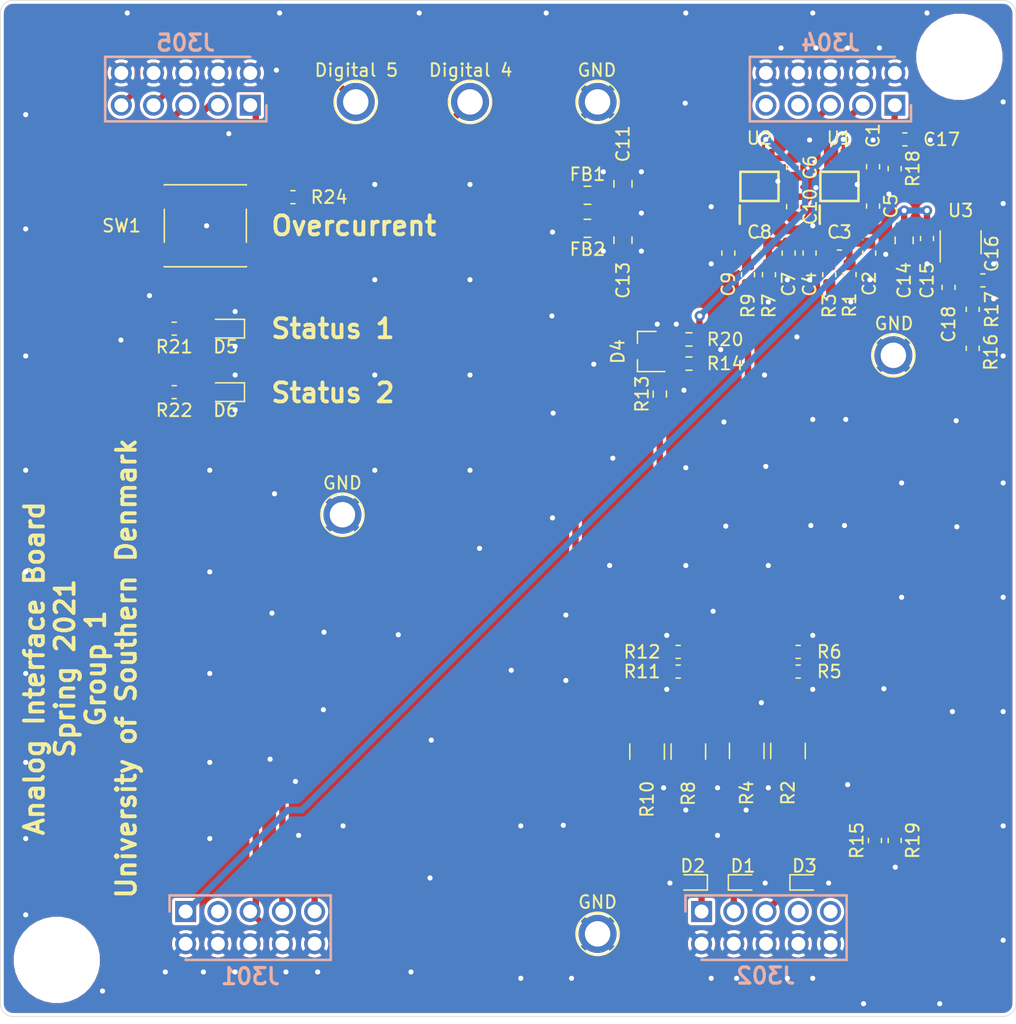
<source format=kicad_pcb>
(kicad_pcb (version 20171130) (host pcbnew 5.1.9-73d0e3b20d~88~ubuntu20.04.1)
  (title_block (title "Analog Board for Control of PMAC Motor in Electric Go-Kart") (date 2021-03-13) (rev "Version 1") (company "University of Southern Denmark") (comment 1 "Group 1"))
  (layers (0 F.Cu signal) (31 B.Cu signal) (34 B.Paste user) (35 F.Paste user) (36 B.SilkS user) (37 F.SilkS user) (38 B.Mask user) (39 F.Mask user) (44 Edge.Cuts user))
  (net 0 "")
  (net 1 GND)
  (net 2 /Currents/+15V_Filt)
  (net 3 "Net-(C2-Pad2)")
  (net 4 "Net-(C3-Pad2)")
  (net 5 /Currents/-15V_Filt)
  (net 6 "Net-(C7-Pad2)")
  (net 7 "Net-(C8-Pad2)")
  (net 8 /Currents/0V5)
  (net 9 +5V)
  (net 10 "Net-(C16-Pad1)")
  (net 11 /Connectors/ADC1)
  (net 12 "Net-(C18-Pad2)")
  (net 13 "Net-(C18-Pad1)")
  (net 14 /Currents/Phase1_In)
  (net 15 /Currents/Phase2_In)
  (net 16 /Connectors/Torque_Meas)
  (net 17 +15V)
  (net 18 -15V)
  (net 19 /Connectors/ADC3)
  (net 20 /Connectors/ADC4)
  (net 21 /Buttons/Dig1)
  (net 22 /Buttons/Dig2)
  (net 23 /Buttons/Dig3)
  (net 24 /Buttons/Dig4)
  (net 25 /Buttons/Dig5)
  (net 26 "Net-(R2-Pad1)")
  (net 27 "Net-(R10-Pad1)")
  (net 28 "Net-(U1-Pad1)")
  (net 29 "Net-(U2-Pad1)")
  (net 30 "Net-(J302-Pad7)")
  (net 31 "Net-(J302-Pad9)")
  (net 32 "Net-(J304-Pad7)")
  (net 33 "Net-(J304-Pad9)")
  (net 34 +5V_Ref)
  (net 35 +3V3_Ref)
  (net 36 "Net-(D4-Pad1)")
  (net 37 "Net-(D5-Pad2)")
  (net 38 "Net-(D6-Pad2)")
  (module MountingHole:MountingHole_3.2mm_M3 (layer F.Cu) (at 109.45 125.55)
    (fp_text reference H1 hide)
    (fp_text value "M3 Mount")
    (pad 1 np_thru_hole circle (at 0 0) (size 3.2 3.2) (drill 3.2) (layers *.Cu *.Mask))
  )
  (module MountingHole:MountingHole_3.2mm_M3 (layer F.Cu) (at 180.55 54.45)
    (fp_text reference H2 hide)
    (fp_text value "M3 Mount")
    (pad 1 np_thru_hole circle (at 0 0) (size 3.2 3.2) (drill 3.2) (layers *.Cu *.Mask))
  )
  (module Resistor_SMD:R_0603_1608Metric (layer F.Cu) (at 118.7 80.85 180)
    (fp_text reference R22 (at 0 -1.43) (layer F.SilkS))
    (fp_text value 270)
    (pad 2 smd roundrect (at 0.7875 0 180) (size 0.875 0.95) (layers F.Cu F.Paste F.Mask) (net 23 /Buttons/Dig3))
    (pad 1 smd roundrect (at -0.7875 0 180) (size 0.875 0.95) (layers F.Cu F.Paste F.Mask) (net 38 "Net-(D6-Pad2)"))
  )
  (module Resistor_SMD:R_0603_1608Metric (layer F.Cu) (at 118.7 75.85 180)
    (fp_text reference R21 (at 0 -1.43) (layer F.SilkS))
    (fp_text value 270)
    (pad 2 smd roundrect (at 0.7875 0 180) (size 0.875 0.95) (layers F.Cu F.Paste F.Mask) (net 22 /Buttons/Dig2))
    (pad 1 smd roundrect (at -0.7875 0 180) (size 0.875 0.95) (layers F.Cu F.Paste F.Mask) (net 37 "Net-(D5-Pad2)"))
  )
  (module LED_SMD:LED_0603_1608Metric (layer F.Cu) (at 122.75 80.85 180)
    (fp_text reference D6 (at 0 -1.43) (layer F.SilkS))
    (fp_text value 150060VS75000)
    (pad 2 smd roundrect (at 0.7875 0 180) (size 0.875 0.95) (layers F.Cu F.Paste F.Mask) (net 38 "Net-(D6-Pad2)"))
    (pad 1 smd roundrect (at -0.7875 0 180) (size 0.875 0.95) (layers F.Cu F.Paste F.Mask) (net 1 GND))
  )
  (module LED_SMD:LED_0603_1608Metric (layer F.Cu) (at 122.75 75.85 180)
    (fp_text reference D5 (at 0 -1.43) (layer F.SilkS))
    (fp_text value 150060SS75000)
    (pad 2 smd roundrect (at 0.7875 0 180) (size 0.875 0.95) (layers F.Cu F.Paste F.Mask) (net 37 "Net-(D5-Pad2)"))
    (pad 1 smd roundrect (at -0.7875 0 180) (size 0.875 0.95) (layers F.Cu F.Paste F.Mask) (net 1 GND))
  )
  (module Resistor_SMD:R_0603_1608Metric (layer F.Cu) (at 159.25 76.7)
    (fp_text reference R20 (at 2.85 0) (layer F.SilkS))
    (fp_text value 1k)
    (pad 2 smd roundrect (at 0.825 0) (size 0.8 0.95) (layers F.Cu F.Paste F.Mask) (net 8 /Currents/0V5))
    (pad 1 smd roundrect (at -0.825 0) (size 0.8 0.95) (layers F.Cu F.Paste F.Mask) (net 1 GND))
  )
  (module Resistor_SMD:R_0603_1608Metric (layer F.Cu) (at 159.25 78.6 180)
    (fp_text reference R14 (at -2.85 0) (layer F.SilkS))
    (fp_text value 1.43k)
    (pad 2 smd roundrect (at 0.825 0 180) (size 0.8 0.95) (layers F.Cu F.Paste F.Mask) (net 36 "Net-(D4-Pad1)"))
    (pad 1 smd roundrect (at -0.825 0 180) (size 0.8 0.95) (layers F.Cu F.Paste F.Mask) (net 8 /Currents/0V5))
  )
  (module Resistor_SMD:R_0603_1608Metric (layer F.Cu) (at 156.95 81 270)
    (fp_text reference R13 (at 0 1.4 90) (layer F.SilkS))
    (fp_text value 5.1k)
    (pad 2 smd roundrect (at 0.825 0 270) (size 0.8 0.95) (layers F.Cu F.Paste F.Mask) (net 35 +3V3_Ref))
    (pad 1 smd roundrect (at -0.825 0 270) (size 0.8 0.95) (layers F.Cu F.Paste F.Mask) (net 36 "Net-(D4-Pad1)"))
  )
  (module ElectricGoKart:LM4041 (layer F.Cu) (at 155.95 77.65 180)
    (fp_text reference D4 (at 2.3 0 90) (layer F.SilkS))
    (fp_text value LM4041CFTA)
    (pad "" smd rect (at 1 0 180) (size 0.9 0.8) (layers F.Cu F.Paste F.Mask))
    (pad 2 smd rect (at -1 0.95 180) (size 0.9 0.8) (layers F.Cu F.Paste F.Mask) (net 1 GND))
    (pad 1 smd rect (at -1 -0.95 180) (size 0.9 0.8) (layers F.Cu F.Paste F.Mask) (net 36 "Net-(D4-Pad1)"))
  )
  (module TestPoint:TestPoint_Plated_Hole_D2.0mm (layer F.Cu) (at 133 58 180)
    (fp_text reference TP9 hide)
    (fp_text value TestPoint)
    (pad 1 thru_hole circle (at 0 0 180) (size 3 3) (drill 2) (layers *.Cu *.Mask) (net 25 /Buttons/Dig5))
  )
  (module TestPoint:TestPoint_Plated_Hole_D2.0mm (layer F.Cu) (at 142 58 180)
    (fp_text reference TP8 hide)
    (fp_text value TestPoint)
    (pad 1 thru_hole circle (at 0 0 180) (size 3 3) (drill 2) (layers *.Cu *.Mask) (net 24 /Buttons/Dig4))
  )
  (module Package_TO_SOT_SMD:SOT-23-5 (layer F.Cu) (at 180.65 69.05 90)
    (fp_text reference U3 (at 2.5 0 180) (layer F.SilkS))
    (fp_text value MCP6L01x-xOT)
    (pad 5 smd rect (at 1.1 -0.95 90) (size 1.06 0.65) (layers F.Cu F.Paste F.Mask) (net 9 +5V))
    (pad 4 smd rect (at 1.1 0.95 90) (size 1.06 0.65) (layers F.Cu F.Paste F.Mask) (net 13 "Net-(C18-Pad1)"))
    (pad 3 smd rect (at -1.1 0.95 90) (size 1.06 0.65) (layers F.Cu F.Paste F.Mask) (net 10 "Net-(C16-Pad1)"))
    (pad 2 smd rect (at -1.1 0 90) (size 1.06 0.65) (layers F.Cu F.Paste F.Mask) (net 1 GND))
    (pad 1 smd rect (at -1.1 -0.95 90) (size 1.06 0.65) (layers F.Cu F.Paste F.Mask) (net 13 "Net-(C18-Pad1)"))
  )
  (module ElectricGoKart:AD8420ARMZ (layer F.Cu) (at 164.8 64.65 90)
    (fp_text reference U2 (at 3.8 0) (layer F.SilkS))
    (fp_text value AD8420ARMZ hide)
    (pad 1 smd rect (at -2.225 -0.975 180) (size 0.45 1.45) (layers F.Cu F.Paste F.Mask) (net 29 "Net-(U2-Pad1)"))
    (pad 2 smd rect (at -2.225 -0.325 180) (size 0.45 1.45) (layers F.Cu F.Paste F.Mask) (net 7 "Net-(C8-Pad2)"))
    (pad 3 smd rect (at -2.225 0.325 180) (size 0.45 1.45) (layers F.Cu F.Paste F.Mask) (net 6 "Net-(C7-Pad2)"))
    (pad 4 smd rect (at -2.225 0.975 180) (size 0.45 1.45) (layers F.Cu F.Paste F.Mask) (net 5 /Currents/-15V_Filt))
    (pad 5 smd rect (at 2.225 0.975 180) (size 0.45 1.45) (layers F.Cu F.Paste F.Mask) (net 2 /Currents/+15V_Filt))
    (pad 6 smd rect (at 2.225 0.325 180) (size 0.45 1.45) (layers F.Cu F.Paste F.Mask) (net 8 /Currents/0V5))
    (pad 7 smd rect (at 2.225 -0.325 180) (size 0.45 1.45) (layers F.Cu F.Paste F.Mask) (net 20 /Connectors/ADC4))
    (pad 8 smd rect (at 2.225 -0.975 180) (size 0.45 1.45) (layers F.Cu F.Paste F.Mask) (net 20 /Connectors/ADC4))
  )
  (module ElectricGoKart:AD8420ARMZ (layer F.Cu) (at 171.1 64.65 90)
    (fp_text reference U1 (at 3.8 0) (layer F.SilkS))
    (fp_text value AD8420ARMZ hide)
    (pad 1 smd rect (at -2.225 -0.975 180) (size 0.45 1.45) (layers F.Cu F.Paste F.Mask) (net 28 "Net-(U1-Pad1)"))
    (pad 2 smd rect (at -2.225 -0.325 180) (size 0.45 1.45) (layers F.Cu F.Paste F.Mask) (net 4 "Net-(C3-Pad2)"))
    (pad 3 smd rect (at -2.225 0.325 180) (size 0.45 1.45) (layers F.Cu F.Paste F.Mask) (net 3 "Net-(C2-Pad2)"))
    (pad 4 smd rect (at -2.225 0.975 180) (size 0.45 1.45) (layers F.Cu F.Paste F.Mask) (net 5 /Currents/-15V_Filt))
    (pad 5 smd rect (at 2.225 0.975 180) (size 0.45 1.45) (layers F.Cu F.Paste F.Mask) (net 2 /Currents/+15V_Filt))
    (pad 6 smd rect (at 2.225 0.325 180) (size 0.45 1.45) (layers F.Cu F.Paste F.Mask) (net 8 /Currents/0V5))
    (pad 7 smd rect (at 2.225 -0.325 180) (size 0.45 1.45) (layers F.Cu F.Paste F.Mask) (net 19 /Connectors/ADC3))
    (pad 8 smd rect (at 2.225 -0.975 180) (size 0.45 1.45) (layers F.Cu F.Paste F.Mask) (net 19 /Connectors/ADC3))
  )
  (module Resistor_SMD:R_0603_1608Metric (layer F.Cu) (at 175.45 116.15 270)
    (fp_text reference R19 (at 0 -1.43 90) (layer F.SilkS))
    (fp_text value 10k)
    (pad 2 smd roundrect (at 0.7875 0 270) (size 0.875 0.95) (layers F.Cu F.Paste F.Mask) (net 1 GND))
    (pad 1 smd roundrect (at -0.7875 0 270) (size 0.875 0.95) (layers F.Cu F.Paste F.Mask) (net 16 /Connectors/Torque_Meas))
  )
  (module Resistor_SMD:R_0603_1608Metric (layer F.Cu) (at 175.45 63.25 270)
    (fp_text reference R18 (at 0 -1.43 90) (layer F.SilkS))
    (fp_text value 147)
    (pad 2 smd roundrect (at 0.7875 0 270) (size 0.875 0.95) (layers F.Cu F.Paste F.Mask) (net 13 "Net-(C18-Pad1)"))
    (pad 1 smd roundrect (at -0.7875 0 270) (size 0.875 0.95) (layers F.Cu F.Paste F.Mask) (net 11 /Connectors/ADC1))
  )
  (module Resistor_SMD:R_0603_1608Metric (layer F.Cu) (at 181.6 74.3375 270)
    (fp_text reference R17 (at 0.0125 -1.5 90) (layer F.SilkS))
    (fp_text value 7.5k)
    (pad 2 smd roundrect (at 0.7875 0 270) (size 0.875 0.95) (layers F.Cu F.Paste F.Mask) (net 12 "Net-(C18-Pad2)"))
    (pad 1 smd roundrect (at -0.7875 0 270) (size 0.875 0.95) (layers F.Cu F.Paste F.Mask) (net 10 "Net-(C16-Pad1)"))
  )
  (module Resistor_SMD:R_0603_1608Metric (layer F.Cu) (at 181.6 77.4 270)
    (fp_text reference R16 (at 0.3 -1.43 90) (layer F.SilkS))
    (fp_text value 7.5k)
    (pad 2 smd roundrect (at 0.7875 0 270) (size 0.875 0.95) (layers F.Cu F.Paste F.Mask) (net 16 /Connectors/Torque_Meas))
    (pad 1 smd roundrect (at -0.7875 0 270) (size 0.875 0.95) (layers F.Cu F.Paste F.Mask) (net 12 "Net-(C18-Pad2)"))
  )
  (module Resistor_SMD:R_0603_1608Metric (layer F.Cu) (at 173.9 116.15 90)
    (fp_text reference R15 (at 0 -1.43 90) (layer F.SilkS))
    (fp_text value 11.5k)
    (pad 2 smd roundrect (at 0.7875 0 90) (size 0.875 0.95) (layers F.Cu F.Paste F.Mask) (net 16 /Connectors/Torque_Meas))
    (pad 1 smd roundrect (at -0.7875 0 90) (size 0.875 0.95) (layers F.Cu F.Paste F.Mask) (net 35 +3V3_Ref))
  )
  (module Resistor_SMD:R_0603_1608Metric (layer F.Cu) (at 158.4 101.3)
    (fp_text reference R12 (at -2.85 0) (layer F.SilkS))
    (fp_text value DNP)
    (pad 2 smd roundrect (at 0.7875 0) (size 0.875 0.95) (layers F.Cu F.Paste F.Mask) (net 27 "Net-(R10-Pad1)"))
    (pad 1 smd roundrect (at -0.7875 0) (size 0.875 0.95) (layers F.Cu F.Paste F.Mask) (net 1 GND))
  )
  (module Resistor_SMD:R_0603_1608Metric (layer F.Cu) (at 158.4 102.85)
    (fp_text reference R11 (at -2.85 0) (layer F.SilkS))
    (fp_text value 3.09)
    (pad 2 smd roundrect (at 0.7875 0) (size 0.875 0.95) (layers F.Cu F.Paste F.Mask) (net 27 "Net-(R10-Pad1)"))
    (pad 1 smd roundrect (at -0.7875 0) (size 0.875 0.95) (layers F.Cu F.Paste F.Mask) (net 1 GND))
  )
  (module Resistor_SMD:R_1210_3225Metric (layer F.Cu) (at 155.95 109.15 270)
    (fp_text reference R10 (at 3.75 0 90) (layer F.SilkS))
    (fp_text value 56)
    (pad 2 smd roundrect (at 1.4 0 270) (size 1.25 2.65) (layers F.Cu F.Paste F.Mask) (roundrect_rratio 0.2) (net 14 /Currents/Phase1_In))
    (pad 1 smd roundrect (at -1.4 0 270) (size 1.25 2.65) (layers F.Cu F.Paste F.Mask) (roundrect_rratio 0.2) (net 27 "Net-(R10-Pad1)"))
  )
  (module Resistor_SMD:R_0603_1608Metric (layer F.Cu) (at 163.9 71.6 270)
    (fp_text reference R9 (at 2.45 0 90) (layer F.SilkS))
    (fp_text value 20k)
    (pad 2 smd roundrect (at 0.7875 0 270) (size 0.875 0.95) (layers F.Cu F.Paste F.Mask) (net 27 "Net-(R10-Pad1)"))
    (pad 1 smd roundrect (at -0.7875 0 270) (size 0.875 0.95) (layers F.Cu F.Paste F.Mask) (net 7 "Net-(C8-Pad2)"))
  )
  (module Resistor_SMD:R_1210_3225Metric (layer F.Cu) (at 159.2 109.15 270)
    (fp_text reference R8 (at 3.3 0 90) (layer F.SilkS))
    (fp_text value 54.9)
    (pad 2 smd roundrect (at 1.4 0 270) (size 1.25 2.65) (layers F.Cu F.Paste F.Mask) (roundrect_rratio 0.2) (net 14 /Currents/Phase1_In))
    (pad 1 smd roundrect (at -1.4 0 270) (size 1.25 2.65) (layers F.Cu F.Paste F.Mask) (roundrect_rratio 0.2) (net 27 "Net-(R10-Pad1)"))
  )
  (module Resistor_SMD:R_0603_1608Metric (layer F.Cu) (at 165.55 71.6 270)
    (fp_text reference R7 (at 2.45 0 90) (layer F.SilkS))
    (fp_text value 20k)
    (pad 2 smd roundrect (at 0.7875 0 270) (size 0.875 0.95) (layers F.Cu F.Paste F.Mask) (net 1 GND))
    (pad 1 smd roundrect (at -0.7875 0 270) (size 0.875 0.95) (layers F.Cu F.Paste F.Mask) (net 6 "Net-(C7-Pad2)"))
  )
  (module Resistor_SMD:R_0603_1608Metric (layer F.Cu) (at 167.85 101.3 180)
    (fp_text reference R6 (at -2.45 0) (layer F.SilkS))
    (fp_text value DNP)
    (pad 2 smd roundrect (at 0.7875 0 180) (size 0.875 0.95) (layers F.Cu F.Paste F.Mask) (net 26 "Net-(R2-Pad1)"))
    (pad 1 smd roundrect (at -0.7875 0 180) (size 0.875 0.95) (layers F.Cu F.Paste F.Mask) (net 1 GND))
  )
  (module Resistor_SMD:R_0603_1608Metric (layer F.Cu) (at 167.85 102.85 180)
    (fp_text reference R5 (at -2.45 0) (layer F.SilkS))
    (fp_text value 3.09)
    (pad 2 smd roundrect (at 0.7875 0 180) (size 0.875 0.95) (layers F.Cu F.Paste F.Mask) (net 26 "Net-(R2-Pad1)"))
    (pad 1 smd roundrect (at -0.7875 0 180) (size 0.875 0.95) (layers F.Cu F.Paste F.Mask) (net 1 GND))
  )
  (module Resistor_SMD:R_1210_3225Metric (layer F.Cu) (at 163.8 109.1 270)
    (fp_text reference R4 (at 3.3 0 90) (layer F.SilkS))
    (fp_text value 56)
    (pad 2 smd roundrect (at 1.4 0 270) (size 1.25 2.65) (layers F.Cu F.Paste F.Mask) (roundrect_rratio 0.2) (net 15 /Currents/Phase2_In))
    (pad 1 smd roundrect (at -1.4 0 270) (size 1.25 2.65) (layers F.Cu F.Paste F.Mask) (roundrect_rratio 0.2) (net 26 "Net-(R2-Pad1)"))
  )
  (module Resistor_SMD:R_0603_1608Metric (layer F.Cu) (at 170.3 71.6 270)
    (fp_text reference R3 (at 2.45 0 90) (layer F.SilkS))
    (fp_text value 20k)
    (pad 2 smd roundrect (at 0.7875 0 270) (size 0.875 0.95) (layers F.Cu F.Paste F.Mask) (net 26 "Net-(R2-Pad1)"))
    (pad 1 smd roundrect (at -0.7875 0 270) (size 0.875 0.95) (layers F.Cu F.Paste F.Mask) (net 4 "Net-(C3-Pad2)"))
  )
  (module Resistor_SMD:R_1210_3225Metric (layer F.Cu) (at 167.05 109.1 270)
    (fp_text reference R2 (at 3.3 0 90) (layer F.SilkS))
    (fp_text value 54.9)
    (pad 2 smd roundrect (at 1.4 0 270) (size 1.25 2.65) (layers F.Cu F.Paste F.Mask) (roundrect_rratio 0.2) (net 15 /Currents/Phase2_In))
    (pad 1 smd roundrect (at -1.4 0 270) (size 1.25 2.65) (layers F.Cu F.Paste F.Mask) (roundrect_rratio 0.2) (net 26 "Net-(R2-Pad1)"))
  )
  (module Resistor_SMD:R_0603_1608Metric (layer F.Cu) (at 171.9 71.6 270)
    (fp_text reference R1 (at 2.4 0 90) (layer F.SilkS))
    (fp_text value 20k)
    (pad 2 smd roundrect (at 0.7875 0 270) (size 0.875 0.95) (layers F.Cu F.Paste F.Mask) (net 1 GND))
    (pad 1 smd roundrect (at -0.7875 0 270) (size 0.875 0.95) (layers F.Cu F.Paste F.Mask) (net 3 "Net-(C2-Pad2)"))
  )
  (module Inductor_SMD:L_0805_2012Metric (layer F.Cu) (at 151.25 67.95 180)
    (fp_text reference FB2 (at 0 -1.65) (layer F.SilkS))
    (fp_text value "400 mA, 1k5")
    (pad 2 smd roundrect (at 0.9375 0 180) (size 0.975 1.4) (layers F.Cu F.Paste F.Mask) (net 18 -15V))
    (pad 1 smd roundrect (at -0.9375 0 180) (size 0.975 1.4) (layers F.Cu F.Paste F.Mask) (net 5 /Currents/-15V_Filt))
  )
  (module Inductor_SMD:L_0805_2012Metric (layer F.Cu) (at 151.25 65.35)
    (fp_text reference FB1 (at 0 -1.65) (layer F.SilkS))
    (fp_text value "400 mA, 1k5")
    (pad 2 smd roundrect (at 0.9375 0) (size 0.975 1.4) (layers F.Cu F.Paste F.Mask) (net 2 /Currents/+15V_Filt))
    (pad 1 smd roundrect (at -0.9375 0) (size 0.975 1.4) (layers F.Cu F.Paste F.Mask) (net 17 +15V))
  )
  (module Diode_SMD:D_SOD-523 (layer F.Cu) (at 168.35 119.45)
    (fp_text reference D3 (at 0 -1.3) (layer F.SilkS))
    (fp_text value "3.3 V")
    (pad 1 smd rect (at -0.7 0 180) (size 0.6 0.7) (layers F.Cu F.Paste F.Mask) (net 16 /Connectors/Torque_Meas))
    (pad 2 smd rect (at 0.7 0 180) (size 0.6 0.7) (layers F.Cu F.Paste F.Mask) (net 1 GND))
  )
  (module Diode_SMD:D_SOD-523 (layer F.Cu) (at 159.55 119.45 180)
    (fp_text reference D2 (at 0 1.3) (layer F.SilkS))
    (fp_text value "5 V")
    (pad 1 smd rect (at -0.7 0) (size 0.6 0.7) (layers F.Cu F.Paste F.Mask) (net 14 /Currents/Phase1_In))
    (pad 2 smd rect (at 0.7 0) (size 0.6 0.7) (layers F.Cu F.Paste F.Mask) (net 1 GND))
  )
  (module Diode_SMD:D_SOD-523 (layer F.Cu) (at 163.5 119.45)
    (fp_text reference D1 (at 0 -1.3) (layer F.SilkS))
    (fp_text value "5 V")
    (pad 1 smd rect (at -0.7 0 180) (size 0.6 0.7) (layers F.Cu F.Paste F.Mask) (net 15 /Currents/Phase2_In))
    (pad 2 smd rect (at 0.7 0 180) (size 0.6 0.7) (layers F.Cu F.Paste F.Mask) (net 1 GND))
  )
  (module Capacitor_SMD:C_0603_1608Metric (layer F.Cu) (at 179.7 72.6 270)
    (fp_text reference C18 (at 2.9 0 90) (layer F.SilkS))
    (fp_text value 56n)
    (pad 2 smd roundrect (at 0.7875 0 270) (size 0.875 0.95) (layers F.Cu F.Paste F.Mask) (net 12 "Net-(C18-Pad2)"))
    (pad 1 smd roundrect (at -0.7875 0 270) (size 0.875 0.95) (layers F.Cu F.Paste F.Mask) (net 13 "Net-(C18-Pad1)"))
  )
  (module Capacitor_SMD:C_0603_1608Metric (layer F.Cu) (at 176.2625 60.95)
    (fp_text reference C17 (at 2.8875 0) (layer F.SilkS))
    (fp_text value 33n)
    (pad 2 smd roundrect (at 0.7875 0) (size 0.875 0.95) (layers F.Cu F.Paste F.Mask) (net 1 GND))
    (pad 1 smd roundrect (at -0.7875 0) (size 0.875 0.95) (layers F.Cu F.Paste F.Mask) (net 11 /Connectors/ADC1))
  )
  (module Capacitor_SMD:C_0603_1608Metric (layer F.Cu) (at 182.4 72.05)
    (fp_text reference C16 (at 0.7 -2.1 90) (layer F.SilkS))
    (fp_text value 30n)
    (pad 2 smd roundrect (at 0.7875 0) (size 0.875 0.95) (layers F.Cu F.Paste F.Mask) (net 1 GND))
    (pad 1 smd roundrect (at -0.7875 0) (size 0.875 0.95) (layers F.Cu F.Paste F.Mask) (net 10 "Net-(C16-Pad1)"))
  )
  (module Capacitor_SMD:C_0603_1608Metric (layer F.Cu) (at 178 68.75 270)
    (fp_text reference C15 (at 3.3 0 90) (layer F.SilkS))
    (fp_text value 100n)
    (pad 2 smd roundrect (at 0.7875 0 270) (size 0.875 0.95) (layers F.Cu F.Paste F.Mask) (net 1 GND))
    (pad 1 smd roundrect (at -0.7875 0 270) (size 0.875 0.95) (layers F.Cu F.Paste F.Mask) (net 9 +5V))
  )
  (module Capacitor_SMD:C_0805_2012Metric (layer F.Cu) (at 176.2 68.9 270)
    (fp_text reference C14 (at 3.15 0 90) (layer F.SilkS))
    (fp_text value 10µ)
    (pad 2 smd roundrect (at 0.9375 0 270) (size 0.975 1.4) (layers F.Cu F.Paste F.Mask) (net 1 GND))
    (pad 1 smd roundrect (at -0.9375 0 270) (size 0.975 1.4) (layers F.Cu F.Paste F.Mask) (net 9 +5V))
  )
  (module Capacitor_SMD:C_0805_2012Metric (layer F.Cu) (at 154.05 68.8875 90)
    (fp_text reference C13 (at -3.1625 0 90) (layer F.SilkS))
    (fp_text value 10µ)
    (pad 2 smd roundrect (at 0.9375 0 90) (size 0.975 1.4) (layers F.Cu F.Paste F.Mask) (net 5 /Currents/-15V_Filt))
    (pad 1 smd roundrect (at -0.9375 0 90) (size 0.975 1.4) (layers F.Cu F.Paste F.Mask) (net 1 GND))
  )
  (module Capacitor_SMD:C_0805_2012Metric (layer F.Cu) (at 154.05 64.45 90)
    (fp_text reference C11 (at 3.15 0 90) (layer F.SilkS))
    (fp_text value 10µ)
    (pad 2 smd roundrect (at 0.9375 0 90) (size 0.975 1.4) (layers F.Cu F.Paste F.Mask) (net 1 GND))
    (pad 1 smd roundrect (at -0.9375 0 90) (size 0.975 1.4) (layers F.Cu F.Paste F.Mask) (net 2 /Currents/+15V_Filt))
  )
  (module Capacitor_SMD:C_0603_1608Metric (layer F.Cu) (at 167.45 66.25 90)
    (fp_text reference C10 (at 0 1.35 270) (layer F.SilkS))
    (fp_text value 100n)
    (pad 2 smd roundrect (at 0.7875 0 90) (size 0.875 0.95) (layers F.Cu F.Paste F.Mask) (net 1 GND))
    (pad 1 smd roundrect (at -0.7875 0 90) (size 0.875 0.95) (layers F.Cu F.Paste F.Mask) (net 5 /Currents/-15V_Filt))
  )
  (module Capacitor_SMD:C_0603_1608Metric (layer F.Cu) (at 162.35 69.9 270)
    (fp_text reference C9 (at 2.45 0 90) (layer F.SilkS))
    (fp_text value 100p)
    (pad 2 smd roundrect (at 0.7875 0 270) (size 0.875 0.95) (layers F.Cu F.Paste F.Mask) (net 1 GND))
    (pad 1 smd roundrect (at -0.7875 0 270) (size 0.875 0.95) (layers F.Cu F.Paste F.Mask) (net 7 "Net-(C8-Pad2)"))
  )
  (module Capacitor_SMD:C_0603_1608Metric (layer F.Cu) (at 164.75 69.15 180)
    (fp_text reference C8 (at -0.05 0.9 180) (layer F.SilkS))
    (fp_text value 1n)
    (pad 2 smd roundrect (at 0.7875 0 180) (size 0.875 0.95) (layers F.Cu F.Paste F.Mask) (net 7 "Net-(C8-Pad2)"))
    (pad 1 smd roundrect (at -0.7875 0 180) (size 0.875 0.95) (layers F.Cu F.Paste F.Mask) (net 6 "Net-(C7-Pad2)"))
  )
  (module Capacitor_SMD:C_0603_1608Metric (layer F.Cu) (at 167.1 69.9 90)
    (fp_text reference C7 (at -2.45 0 270) (layer F.SilkS))
    (fp_text value 100p)
    (pad 2 smd roundrect (at 0.7875 0 90) (size 0.875 0.95) (layers F.Cu F.Paste F.Mask) (net 6 "Net-(C7-Pad2)"))
    (pad 1 smd roundrect (at -0.7875 0 90) (size 0.875 0.95) (layers F.Cu F.Paste F.Mask) (net 1 GND))
  )
  (module Capacitor_SMD:C_0603_1608Metric (layer F.Cu) (at 167.45 63.15 270)
    (fp_text reference C6 (at 0 -1.35 90) (layer F.SilkS))
    (fp_text value 100n)
    (pad 2 smd roundrect (at 0.7875 0 270) (size 0.875 0.95) (layers F.Cu F.Paste F.Mask) (net 1 GND))
    (pad 1 smd roundrect (at -0.7875 0 270) (size 0.875 0.95) (layers F.Cu F.Paste F.Mask) (net 2 /Currents/+15V_Filt))
  )
  (module Capacitor_SMD:C_0603_1608Metric (layer F.Cu) (at 173.75 66.2 90)
    (fp_text reference C5 (at 0 1.4 90) (layer F.SilkS))
    (fp_text value 100n)
    (pad 2 smd roundrect (at 0.7875 0 90) (size 0.875 0.95) (layers F.Cu F.Paste F.Mask) (net 1 GND))
    (pad 1 smd roundrect (at -0.7875 0 90) (size 0.875 0.95) (layers F.Cu F.Paste F.Mask) (net 5 /Currents/-15V_Filt))
  )
  (module Capacitor_SMD:C_0603_1608Metric (layer F.Cu) (at 168.75 69.9 270)
    (fp_text reference C4 (at 2.45 0 270) (layer F.SilkS))
    (fp_text value 100p)
    (pad 2 smd roundrect (at 0.7875 0 270) (size 0.875 0.95) (layers F.Cu F.Paste F.Mask) (net 1 GND))
    (pad 1 smd roundrect (at -0.7875 0 270) (size 0.875 0.95) (layers F.Cu F.Paste F.Mask) (net 4 "Net-(C3-Pad2)"))
  )
  (module Capacitor_SMD:C_0603_1608Metric (layer F.Cu) (at 171.1 69.15 180)
    (fp_text reference C3 (at 0 0.9 180) (layer F.SilkS))
    (fp_text value 1n)
    (pad 2 smd roundrect (at 0.7875 0 180) (size 0.875 0.95) (layers F.Cu F.Paste F.Mask) (net 4 "Net-(C3-Pad2)"))
    (pad 1 smd roundrect (at -0.7875 0 180) (size 0.875 0.95) (layers F.Cu F.Paste F.Mask) (net 3 "Net-(C2-Pad2)"))
  )
  (module Capacitor_SMD:C_0603_1608Metric (layer F.Cu) (at 173.45 69.9 90)
    (fp_text reference C2 (at -2.4 0 270) (layer F.SilkS))
    (fp_text value 100p)
    (pad 2 smd roundrect (at 0.7875 0 90) (size 0.875 0.95) (layers F.Cu F.Paste F.Mask) (net 3 "Net-(C2-Pad2)"))
    (pad 1 smd roundrect (at -0.7875 0 90) (size 0.875 0.95) (layers F.Cu F.Paste F.Mask) (net 1 GND))
  )
  (module Capacitor_SMD:C_0603_1608Metric (layer F.Cu) (at 173.75 63.1 270)
    (fp_text reference C1 (at -2.45 0 90) (layer F.SilkS))
    (fp_text value 100n)
    (pad 2 smd roundrect (at 0.7875 0 270) (size 0.875 0.95) (layers F.Cu F.Paste F.Mask) (net 1 GND))
    (pad 1 smd roundrect (at -0.7875 0 270) (size 0.875 0.95) (layers F.Cu F.Paste F.Mask) (net 2 /Currents/+15V_Filt))
  )
  (module ElectricGoKart:TSW-105-07-T-D (layer B.Cu) (at 119.61 56.99 180)
    (fp_text reference J305 (at 0.01 3.64 180) (layer B.SilkS) (effects (font (size 1.27 1.27) (thickness 0.254)) (justify mirror)))
    (fp_text value TSW-105-07-T-D hide)
    (pad 1 thru_hole rect (at -5.08 -1.27 180) (size 1.65 1.65) (drill 1.1) (layers *.Cu *.Mask) (net 21 /Buttons/Dig1))
    (pad 2 thru_hole circle (at -5.08 1.27 180) (size 1.65 1.65) (drill 1.1) (layers *.Cu *.Mask) (net 1 GND))
    (pad 3 thru_hole circle (at -2.54 -1.27 180) (size 1.65 1.65) (drill 1.1) (layers *.Cu *.Mask) (net 22 /Buttons/Dig2))
    (pad 4 thru_hole circle (at -2.54 1.27 180) (size 1.65 1.65) (drill 1.1) (layers *.Cu *.Mask) (net 1 GND))
    (pad 5 thru_hole circle (at 0 -1.27 180) (size 1.65 1.65) (drill 1.1) (layers *.Cu *.Mask) (net 23 /Buttons/Dig3))
    (pad 6 thru_hole circle (at 0 1.27 180) (size 1.65 1.65) (drill 1.1) (layers *.Cu *.Mask) (net 1 GND))
    (pad 7 thru_hole circle (at 2.54 -1.27 180) (size 1.65 1.65) (drill 1.1) (layers *.Cu *.Mask) (net 24 /Buttons/Dig4))
    (pad 8 thru_hole circle (at 2.54 1.27 180) (size 1.65 1.65) (drill 1.1) (layers *.Cu *.Mask) (net 1 GND))
    (pad 9 thru_hole circle (at 5.08 -1.27 180) (size 1.65 1.65) (drill 1.1) (layers *.Cu *.Mask) (net 25 /Buttons/Dig5))
    (pad 10 thru_hole circle (at 5.08 1.27 180) (size 1.65 1.65) (drill 1.1) (layers *.Cu *.Mask) (net 1 GND))
  )
  (module ElectricGoKart:TSW-105-07-T-D (layer B.Cu) (at 170.39 56.99 180)
    (fp_text reference J304 (at -0.01 3.64) (layer B.SilkS) (effects (font (size 1.27 1.27) (thickness 0.254)) (justify mirror)))
    (fp_text value TSW-105-07-T-D hide)
    (pad 1 thru_hole rect (at -5.08 -1.27 180) (size 1.65 1.65) (drill 1.1) (layers *.Cu *.Mask) (net 11 /Connectors/ADC1))
    (pad 2 thru_hole circle (at -5.08 1.27 180) (size 1.65 1.65) (drill 1.1) (layers *.Cu *.Mask) (net 1 GND))
    (pad 3 thru_hole circle (at -2.54 -1.27 180) (size 1.65 1.65) (drill 1.1) (layers *.Cu *.Mask) (net 19 /Connectors/ADC3))
    (pad 4 thru_hole circle (at -2.54 1.27 180) (size 1.65 1.65) (drill 1.1) (layers *.Cu *.Mask) (net 1 GND))
    (pad 5 thru_hole circle (at 0 -1.27 180) (size 1.65 1.65) (drill 1.1) (layers *.Cu *.Mask) (net 20 /Connectors/ADC4))
    (pad 6 thru_hole circle (at 0 1.27 180) (size 1.65 1.65) (drill 1.1) (layers *.Cu *.Mask) (net 1 GND))
    (pad 7 thru_hole circle (at 2.54 -1.27 180) (size 1.65 1.65) (drill 1.1) (layers *.Cu *.Mask) (net 32 "Net-(J304-Pad7)"))
    (pad 8 thru_hole circle (at 2.54 1.27 180) (size 1.65 1.65) (drill 1.1) (layers *.Cu *.Mask) (net 1 GND))
    (pad 9 thru_hole circle (at 5.08 -1.27 180) (size 1.65 1.65) (drill 1.1) (layers *.Cu *.Mask) (net 33 "Net-(J304-Pad9)"))
    (pad 10 thru_hole circle (at 5.08 1.27 180) (size 1.65 1.65) (drill 1.1) (layers *.Cu *.Mask) (net 1 GND))
  )
  (module ElectricGoKart:TSW-105-07-T-D (layer B.Cu) (at 165.32 123.01)
    (fp_text reference J302 (at -0.02 3.79) (layer B.SilkS) (effects (font (size 1.27 1.27) (thickness 0.254)) (justify mirror)))
    (fp_text value TSW-105-07-T-D hide)
    (pad 1 thru_hole rect (at -5.08 -1.27) (size 1.65 1.65) (drill 1.1) (layers *.Cu *.Mask) (net 14 /Currents/Phase1_In))
    (pad 2 thru_hole circle (at -5.08 1.27) (size 1.65 1.65) (drill 1.1) (layers *.Cu *.Mask) (net 1 GND))
    (pad 3 thru_hole circle (at -2.54 -1.27) (size 1.65 1.65) (drill 1.1) (layers *.Cu *.Mask) (net 15 /Currents/Phase2_In))
    (pad 4 thru_hole circle (at -2.54 1.27) (size 1.65 1.65) (drill 1.1) (layers *.Cu *.Mask) (net 1 GND))
    (pad 5 thru_hole circle (at 0 -1.27) (size 1.65 1.65) (drill 1.1) (layers *.Cu *.Mask) (net 16 /Connectors/Torque_Meas))
    (pad 6 thru_hole circle (at 0 1.27) (size 1.65 1.65) (drill 1.1) (layers *.Cu *.Mask) (net 1 GND))
    (pad 7 thru_hole circle (at 2.54 -1.27) (size 1.65 1.65) (drill 1.1) (layers *.Cu *.Mask) (net 30 "Net-(J302-Pad7)"))
    (pad 8 thru_hole circle (at 2.54 1.27) (size 1.65 1.65) (drill 1.1) (layers *.Cu *.Mask) (net 1 GND))
    (pad 9 thru_hole circle (at 5.08 -1.27) (size 1.65 1.65) (drill 1.1) (layers *.Cu *.Mask) (net 31 "Net-(J302-Pad9)"))
    (pad 10 thru_hole circle (at 5.08 1.27) (size 1.65 1.65) (drill 1.1) (layers *.Cu *.Mask) (net 1 GND))
  )
  (module ElectricGoKart:TSW-105-07-T-D (layer B.Cu) (at 124.68 123.01)
    (fp_text reference J301 (at 0.02 3.84) (layer B.SilkS) (effects (font (size 1.27 1.27) (thickness 0.254)) (justify mirror)))
    (fp_text value TSW-105-07-T-D hide)
    (pad 1 thru_hole rect (at -5.08 -1.27) (size 1.65 1.65) (drill 1.1) (layers *.Cu *.Mask) (net 9 +5V))
    (pad 2 thru_hole circle (at -5.08 1.27) (size 1.65 1.65) (drill 1.1) (layers *.Cu *.Mask) (net 1 GND))
    (pad 3 thru_hole circle (at -2.54 -1.27) (size 1.65 1.65) (drill 1.1) (layers *.Cu *.Mask) (net 34 +5V_Ref))
    (pad 4 thru_hole circle (at -2.54 1.27) (size 1.65 1.65) (drill 1.1) (layers *.Cu *.Mask) (net 1 GND))
    (pad 5 thru_hole circle (at 0 -1.27) (size 1.65 1.65) (drill 1.1) (layers *.Cu *.Mask) (net 35 +3V3_Ref))
    (pad 6 thru_hole circle (at 0 1.27) (size 1.65 1.65) (drill 1.1) (layers *.Cu *.Mask) (net 1 GND))
    (pad 7 thru_hole circle (at 2.54 -1.27) (size 1.65 1.65) (drill 1.1) (layers *.Cu *.Mask) (net 17 +15V))
    (pad 8 thru_hole circle (at 2.54 1.27) (size 1.65 1.65) (drill 1.1) (layers *.Cu *.Mask) (net 1 GND))
    (pad 9 thru_hole circle (at 5.08 -1.27) (size 1.65 1.65) (drill 1.1) (layers *.Cu *.Mask) (net 18 -15V))
    (pad 10 thru_hole circle (at 5.08 1.27) (size 1.65 1.65) (drill 1.1) (layers *.Cu *.Mask) (net 1 GND))
  )
  (module TestPoint:TestPoint_Plated_Hole_D2.0mm (layer F.Cu) (at 152.05 58)
    (fp_text reference TP7 hide)
    (fp_text value TestPoint)
    (pad 1 thru_hole circle (at 0 0) (size 3 3) (drill 2) (layers *.Cu *.Mask) (net 1 GND))
  )
  (module TestPoint:TestPoint_Plated_Hole_D2.0mm (layer F.Cu) (at 152.05 123.5)
    (fp_text reference TP6 hide)
    (fp_text value TestPoint)
    (pad 1 thru_hole circle (at 0 0) (size 3 3) (drill 2) (layers *.Cu *.Mask) (net 1 GND))
  )
  (module TestPoint:TestPoint_Plated_Hole_D2.0mm (layer F.Cu) (at 175.35 77.95)
    (fp_text reference TP5 hide)
    (fp_text value TestPoint)
    (pad 1 thru_hole circle (at 0 0) (size 3 3) (drill 2) (layers *.Cu *.Mask) (net 1 GND))
  )
  (module TestPoint:TestPoint_Plated_Hole_D2.0mm (layer F.Cu) (at 131.95 90.5)
    (fp_text reference TP4 hide)
    (fp_text value TestPoint)
    (pad 1 thru_hole circle (at 0 0) (size 3 3) (drill 2) (layers *.Cu *.Mask) (net 1 GND))
  )
  (module Button_Switch_SMD:SW_SPST_PTS645 (layer F.Cu) (at 121.15 67.75 180)
    (fp_text reference SW1 (at 6.6 0) (layer F.SilkS))
    (fp_text value PTS645)
    (pad 2 smd rect (at 3.98 2.25 180) (size 1.55 1.3) (layers F.Cu F.Paste F.Mask) (net 21 /Buttons/Dig1))
    (pad 1 smd rect (at 3.98 -2.25 180) (size 1.55 1.3) (layers F.Cu F.Paste F.Mask) (net 35 +3V3_Ref))
    (pad 1 smd rect (at -3.98 -2.25 180) (size 1.55 1.3) (layers F.Cu F.Paste F.Mask) (net 35 +3V3_Ref))
    (pad 2 smd rect (at -3.98 2.25 180) (size 1.55 1.3) (layers F.Cu F.Paste F.Mask) (net 21 /Buttons/Dig1))
  )
  (module Resistor_SMD:R_0603_1608Metric (layer F.Cu) (at 128.05 65.5)
    (fp_text reference R24 (at 2.85 0) (layer F.SilkS))
    (fp_text value 10k)
    (pad 2 smd roundrect (at 0.7875 0) (size 0.875 0.95) (layers F.Cu F.Paste F.Mask) (net 1 GND))
    (pad 1 smd roundrect (at -0.7875 0) (size 0.875 0.95) (layers F.Cu F.Paste F.Mask) (net 21 /Buttons/Dig1))
  )
  (gr_text "Analog Interface Board\nSpring 2021\nGroup 1\nUniversity of Southern Denmark" (at 111.3 102.6 90) (layer F.SilkS) (effects (font (size 1.5 1.5) (thickness 0.3))))
  (gr_text "Status 2" (at 131.2 80.9) (layer F.SilkS) (effects (font (size 1.5 1.5) (thickness 0.3))))
  (gr_text "Status 1" (at 131.2 75.85) (layer F.SilkS) (effects (font (size 1.5 1.5) (thickness 0.3))))
  (gr_text Overcurrent (at 132.85 67.75) (layer F.SilkS) (effects (font (size 1.5 1.5) (thickness 0.3))))
  (gr_text GND (at 152.05 121) (layer F.SilkS) (effects (font (size 1 1))))
  (gr_text GND (at 131.95 88) (layer F.SilkS) (effects (font (size 1 1))))
  (gr_text GND (at 152 55.5) (layer F.SilkS) (effects (font (size 1 1))))
  (gr_text GND (at 175.4 75.45) (layer F.SilkS) (effects (font (size 1 1))))
  (gr_text "Digital 5" (at 133.05 55.5) (layer F.SilkS) (effects (font (size 1 1))))
  (gr_text "Digital 4" (at 142.05 55.5) (layer F.SilkS) (effects (font (size 1 1))))
  (gr_arc (start 106 129) (end 105 129) (angle -90) (layer Edge.Cuts) (width 0.05))
  (gr_arc (start 184 129) (end 184 130) (angle -90) (layer Edge.Cuts) (width 0.05))
  (gr_arc (start 184 51) (end 185 51) (angle -90) (layer Edge.Cuts) (width 0.05))
  (gr_arc (start 106 51) (end 106 50) (angle -90) (layer Edge.Cuts) (width 0.05))
  (gr_line (start 105 129) (end 105 51) (layer Edge.Cuts) (width 0.05))
  (gr_line (start 106 50) (end 184 50) (layer Edge.Cuts) (width 0.05))
  (gr_line (start 185 129) (end 185 51) (layer Edge.Cuts) (width 0.05))
  (gr_line (start 106 130) (end 184 130) (layer Edge.Cuts) (width 0.05))
  (via (at 118 126.5) (size 0.8) (drill 0.4) (layers F.Cu B.Cu) (net 1))
  (via (at 113.05 128) (size 0.8) (drill 0.4) (layers F.Cu B.Cu) (net 1))
  (via (at 107 122) (size 0.8) (drill 0.4) (layers F.Cu B.Cu) (net 1))
  (via (at 107 116) (size 0.8) (drill 0.4) (layers F.Cu B.Cu) (net 1))
  (via (at 107 110) (size 0.8) (drill 0.4) (layers F.Cu B.Cu) (net 1))
  (via (at 107 103) (size 0.8) (drill 0.4) (layers F.Cu B.Cu) (net 1))
  (via (at 107 95) (size 0.8) (drill 0.4) (layers F.Cu B.Cu) (net 1))
  (via (at 107 87) (size 0.8) (drill 0.4) (layers F.Cu B.Cu) (net 1))
  (via (at 107 78) (size 0.8) (drill 0.4) (layers F.Cu B.Cu) (net 1))
  (via (at 107 68) (size 0.8) (drill 0.4) (layers F.Cu B.Cu) (net 1))
  (via (at 107 59) (size 0.8) (drill 0.4) (layers F.Cu B.Cu) (net 1))
  (via (at 115 51) (size 0.8) (drill 0.4) (layers F.Cu B.Cu) (net 1))
  (via (at 127 51) (size 0.8) (drill 0.4) (layers F.Cu B.Cu) (net 1))
  (via (at 138 51) (size 0.8) (drill 0.4) (layers F.Cu B.Cu) (net 1))
  (via (at 148 51) (size 0.8) (drill 0.4) (layers F.Cu B.Cu) (net 1))
  (via (at 159 51) (size 0.8) (drill 0.4) (layers F.Cu B.Cu) (net 1))
  (via (at 169 51) (size 0.8) (drill 0.4) (layers F.Cu B.Cu) (net 1))
  (via (at 178 51) (size 0.8) (drill 0.4) (layers F.Cu B.Cu) (net 1))
  (via (at 184 58) (size 0.8) (drill 0.4) (layers F.Cu B.Cu) (net 1))
  (via (at 184 66) (size 0.8) (drill 0.4) (layers F.Cu B.Cu) (net 1))
  (via (at 184 78) (size 0.8) (drill 0.4) (layers F.Cu B.Cu) (net 1))
  (via (at 184 88) (size 0.8) (drill 0.4) (layers F.Cu B.Cu) (net 1))
  (via (at 184 97) (size 0.8) (drill 0.4) (layers F.Cu B.Cu) (net 1))
  (via (at 184 106) (size 0.8) (drill 0.4) (layers F.Cu B.Cu) (net 1))
  (via (at 184 115) (size 0.8) (drill 0.4) (layers F.Cu B.Cu) (net 1))
  (via (at 184 124) (size 0.8) (drill 0.4) (layers F.Cu B.Cu) (net 1))
  (via (at 179 129) (size 0.8) (drill 0.4) (layers F.Cu B.Cu) (net 1))
  (via (at 173 129) (size 0.8) (drill 0.4) (layers F.Cu B.Cu) (net 1))
  (via (at 169 127) (size 0.8) (drill 0.4) (layers F.Cu B.Cu) (net 1))
  (via (at 167 127) (size 0.8) (drill 0.4) (layers F.Cu B.Cu) (net 1))
  (via (at 163 127) (size 0.8) (drill 0.4) (layers F.Cu B.Cu) (net 1))
  (via (at 161 127) (size 0.8) (drill 0.4) (layers F.Cu B.Cu) (net 1))
  (via (at 150 127) (size 0.8) (drill 0.4) (layers F.Cu B.Cu) (net 1))
  (via (at 146 127) (size 0.8) (drill 0.4) (layers F.Cu B.Cu) (net 1))
  (via (at 137.35 126.5) (size 0.8) (drill 0.4) (layers F.Cu B.Cu) (net 1))
  (via (at 130 126.5) (size 0.8) (drill 0.4) (layers F.Cu B.Cu) (net 1))
  (via (at 157.75 119.5) (size 0.8) (drill 0.4) (layers F.Cu B.Cu) (net 1))
  (via (at 165.25 119.5) (size 0.8) (drill 0.4) (layers F.Cu B.Cu) (net 1))
  (via (at 170.25 119.5) (size 0.8) (drill 0.4) (layers F.Cu B.Cu) (net 1))
  (via (at 175.5 118.25) (size 0.8) (drill 0.4) (layers F.Cu B.Cu) (net 1))
  (via (at 161.5 115.75) (size 0.8) (drill 0.4) (layers F.Cu B.Cu) (net 1))
  (via (at 161.5 112) (size 0.8) (drill 0.4) (layers F.Cu B.Cu) (net 1))
  (via (at 159 113.75) (size 0.8) (drill 0.4) (layers F.Cu B.Cu) (net 1))
  (via (at 163.75 113.75) (size 0.8) (drill 0.4) (layers F.Cu B.Cu) (net 1))
  (via (at 157.5 100) (size 0.8) (drill 0.4) (layers F.Cu B.Cu) (net 1))
  (via (at 157.5 104.25) (size 0.8) (drill 0.4) (layers F.Cu B.Cu) (net 1))
  (via (at 169 100) (size 0.8) (drill 0.4) (layers F.Cu B.Cu) (net 1))
  (via (at 169 104.25) (size 0.8) (drill 0.4) (layers F.Cu B.Cu) (net 1))
  (via (at 165.5 94.5) (size 0.8) (drill 0.4) (layers F.Cu B.Cu) (net 1))
  (via (at 167.75 76.5) (size 0.8) (drill 0.4) (layers F.Cu B.Cu) (net 1))
  (via (at 167 72) (size 0.8) (drill 0.4) (layers F.Cu B.Cu) (net 1))
  (via (at 165.5 73.75) (size 0.8) (drill 0.4) (layers F.Cu B.Cu) (net 1))
  (via (at 172 73.75) (size 0.8) (drill 0.4) (layers F.Cu B.Cu) (net 1))
  (via (at 173.5 72) (size 0.8) (drill 0.4) (layers F.Cu B.Cu) (net 1))
  (via (at 174.75 70) (size 0.8) (drill 0.4) (layers F.Cu B.Cu) (net 1))
  (via (at 178 70.75) (size 0.8) (drill 0.4) (layers F.Cu B.Cu) (net 1))
  (via (at 161 70.75) (size 0.8) (drill 0.4) (layers F.Cu B.Cu) (net 1))
  (via (at 166.25 64.25) (size 0.8) (drill 0.4) (layers F.Cu B.Cu) (net 1))
  (via (at 169.25 64.75) (size 0.8) (drill 0.4) (layers F.Cu B.Cu) (net 1))
  (via (at 172.5 64.5) (size 0.8) (drill 0.4) (layers F.Cu B.Cu) (net 1))
  (via (at 175 65.25) (size 0.8) (drill 0.4) (layers F.Cu B.Cu) (net 1))
  (via (at 178.25 61) (size 0.8) (drill 0.4) (layers F.Cu B.Cu) (net 1))
  (via (at 166.5 53.75) (size 0.8) (drill 0.4) (layers F.Cu B.Cu) (net 1))
  (via (at 169.25 53.75) (size 0.8) (drill 0.4) (layers F.Cu B.Cu) (net 1))
  (via (at 171.75 53.75) (size 0.8) (drill 0.4) (layers F.Cu B.Cu) (net 1))
  (via (at 174.25 53.75) (size 0.8) (drill 0.4) (layers F.Cu B.Cu) (net 1))
  (via (at 126.75 55.5) (size 0.8) (drill 0.4) (layers F.Cu B.Cu) (net 1))
  (via (at 161 66.25) (size 0.8) (drill 0.4) (layers F.Cu B.Cu) (net 1))
  (via (at 155.5 69.75) (size 0.8) (drill 0.4) (layers F.Cu B.Cu) (net 1))
  (via (at 152.5 69.75) (size 0.8) (drill 0.4) (layers F.Cu B.Cu) (net 1))
  (via (at 158.25 75.5) (size 0.8) (drill 0.4) (layers F.Cu B.Cu) (net 1))
  (via (at 156.75 75.5) (size 0.8) (drill 0.4) (layers F.Cu B.Cu) (net 1))
  (via (at 161.75 77.5) (size 0.8) (drill 0.4) (layers F.Cu B.Cu) (net 1))
  (via (at 159 94.5) (size 0.8) (drill 0.4) (layers F.Cu B.Cu) (net 1))
  (via (at 148.5 90.75) (size 0.8) (drill 0.4) (layers F.Cu B.Cu) (net 1))
  (via (at 148.5 68.25) (size 0.8) (drill 0.4) (layers F.Cu B.Cu) (net 1))
  (via (at 128.25 111.5) (size 0.8) (drill 0.4) (layers F.Cu B.Cu) (net 1))
  (via (at 128.5 115.75) (size 0.8) (drill 0.4) (layers F.Cu B.Cu) (net 1))
  (via (at 121 126.5) (size 0.8) (drill 0.4) (layers F.Cu B.Cu) (net 1))
  (via (at 123.5 126.5) (size 0.8) (drill 0.4) (layers F.Cu B.Cu) (net 1))
  (via (at 127.5 126.5) (size 0.8) (drill 0.4) (layers F.Cu B.Cu) (net 1))
  (via (at 126.25 109.75) (size 0.8) (drill 0.4) (layers F.Cu B.Cu) (net 1))
  (via (at 153 94.5) (size 0.8) (drill 0.4) (layers F.Cu B.Cu) (net 1))
  (via (at 145.25 102.75) (size 0.8) (drill 0.4) (layers F.Cu B.Cu) (net 1))
  (via (at 132 115) (size 0.8) (drill 0.4) (layers F.Cu B.Cu) (net 1))
  (via (at 146 115) (size 0.8) (drill 0.4) (layers F.Cu B.Cu) (net 1))
  (via (at 123.5 74.5) (size 0.8) (drill 0.4) (layers F.Cu B.Cu) (net 1))
  (via (at 123.5 77.25) (size 0.8) (drill 0.4) (layers F.Cu B.Cu) (net 1))
  (via (at 123.5 79.5) (size 0.8) (drill 0.4) (layers F.Cu B.Cu) (net 1))
  (via (at 123.5 82.25) (size 0.8) (drill 0.4) (layers F.Cu B.Cu) (net 1))
  (via (at 114.5 76.75) (size 0.8) (drill 0.4) (layers F.Cu B.Cu) (net 1))
  (via (at 123 60.5) (size 0.8) (drill 0.4) (layers F.Cu B.Cu) (net 1))
  (via (at 121.25 67.75) (size 0.8) (drill 0.4) (layers F.Cu B.Cu) (net 1))
  (via (at 116.75 73.25) (size 0.8) (drill 0.4) (layers F.Cu B.Cu) (net 1))
  (via (at 121.5 87) (size 0.8) (drill 0.4) (layers F.Cu B.Cu) (net 1))
  (via (at 121.5 95) (size 0.8) (drill 0.4) (layers F.Cu B.Cu) (net 1))
  (via (at 121.5 103) (size 0.8) (drill 0.4) (layers F.Cu B.Cu) (net 1))
  (via (at 121.5 110) (size 0.8) (drill 0.4) (layers F.Cu B.Cu) (net 1))
  (via (at 121.5 116) (size 0.8) (drill 0.4) (layers F.Cu B.Cu) (net 1))
  (via (at 142 87) (size 0.8) (drill 0.4) (layers F.Cu B.Cu) (net 1))
  (via (at 142 79.5) (size 0.8) (drill 0.4) (layers F.Cu B.Cu) (net 1))
  (via (at 142 72) (size 0.8) (drill 0.4) (layers F.Cu B.Cu) (net 1))
  (via (at 142 64.5) (size 0.8) (drill 0.4) (layers F.Cu B.Cu) (net 1))
  (via (at 134.5 64.5) (size 0.8) (drill 0.4) (layers F.Cu B.Cu) (net 1))
  (via (at 134.5 72) (size 0.8) (drill 0.4) (layers F.Cu B.Cu) (net 1))
  (via (at 134.5 79.5) (size 0.8) (drill 0.4) (layers F.Cu B.Cu) (net 1))
  (via (at 134.5 87) (size 0.8) (drill 0.4) (layers F.Cu B.Cu) (net 1))
  (via (at 130.5 99.75) (size 0.8) (drill 0.4) (layers F.Cu B.Cu) (net 1))
  (via (at 180 106) (size 0.8) (drill 0.4) (layers F.Cu B.Cu) (net 1))
  (via (at 176 97) (size 0.8) (drill 0.4) (layers F.Cu B.Cu) (net 1))
  (via (at 176 88) (size 0.8) (drill 0.4) (layers F.Cu B.Cu) (net 1))
  (via (at 171.75 111.75) (size 0.8) (drill 0.4) (layers F.Cu B.Cu) (net 1))
  (via (at 152.5 63.5) (size 0.8) (drill 0.4) (layers F.Cu B.Cu) (net 1))
  (via (at 155.5 63.5) (size 0.8) (drill 0.4) (layers F.Cu B.Cu) (net 1))
  (via (at 155.5 66.75) (size 0.8) (drill 0.4) (layers F.Cu B.Cu) (net 1))
  (via (at 173.75 61) (size 0.8) (drill 0.4) (layers F.Cu B.Cu) (net 1))
  (via (at 168.75 61) (size 0.8) (drill 0.4) (layers F.Cu B.Cu) (net 1))
  (via (at 165.5 112) (size 0.8) (drill 0.4) (layers F.Cu B.Cu) (net 1))
  (via (at 157.25 112) (size 0.8) (drill 0.4) (layers F.Cu B.Cu) (net 1))
  (via (at 169 67.75) (size 0.8) (drill 0.4) (layers F.Cu B.Cu) (net 1))
  (via (at 168.75 72) (size 0.8) (drill 0.4) (layers F.Cu B.Cu) (net 1))
  (via (at 183.25 70.75) (size 0.8) (drill 0.4) (layers F.Cu B.Cu) (net 1))
  (via (at 183.25 73.5) (size 0.8) (drill 0.4) (layers F.Cu B.Cu) (net 1))
  (via (at 142.75 93.15) (size 0.8) (drill 0.4) (layers F.Cu B.Cu) (net 1))
  (via (at 136.35 99.95) (size 0.8) (drill 0.4) (layers F.Cu B.Cu) (net 1))
  (via (at 130.45 105.85) (size 0.8) (drill 0.4) (layers F.Cu B.Cu) (net 1))
  (via (at 126.4 98.25) (size 0.8) (drill 0.4) (layers F.Cu B.Cu) (net 1))
  (via (at 126.6 88.85) (size 0.8) (drill 0.4) (layers F.Cu B.Cu) (net 1))
  (via (at 138.95 108.25) (size 0.8) (drill 0.4) (layers F.Cu B.Cu) (net 1))
  (via (at 149.55 98.4) (size 0.8) (drill 0.4) (layers F.Cu B.Cu) (net 1))
  (via (at 153.25 86.05) (size 0.8) (drill 0.4) (layers F.Cu B.Cu) (net 1))
  (via (at 148.55 82.5) (size 0.8) (drill 0.4) (layers F.Cu B.Cu) (net 1))
  (via (at 148.45 74.85) (size 0.8) (drill 0.4) (layers F.Cu B.Cu) (net 1))
  (via (at 151.75 78.65) (size 0.8) (drill 0.4) (layers F.Cu B.Cu) (net 1))
  (via (at 158.85 80.7) (size 0.8) (drill 0.4) (layers F.Cu B.Cu) (net 1))
  (via (at 159 86.8) (size 0.8) (drill 0.4) (layers F.Cu B.Cu) (net 1))
  (via (at 162.15 91.4) (size 0.8) (drill 0.4) (layers F.Cu B.Cu) (net 1))
  (via (at 162 83.2) (size 0.8) (drill 0.4) (layers F.Cu B.Cu) (net 1))
  (via (at 165.3 86.7) (size 0.8) (drill 0.4) (layers F.Cu B.Cu) (net 1))
  (via (at 165.2 79.5) (size 0.8) (drill 0.4) (layers F.Cu B.Cu) (net 1))
  (via (at 169 83) (size 0.8) (drill 0.4) (layers F.Cu B.Cu) (net 1))
  (via (at 168.85 91.35) (size 0.8) (drill 0.4) (layers F.Cu B.Cu) (net 1))
  (via (at 161.15 98.1) (size 0.8) (drill 0.4) (layers F.Cu B.Cu) (net 1))
  (via (at 164.95 105.3) (size 0.8) (drill 0.4) (layers F.Cu B.Cu) (net 1))
  (via (at 149.55 103.55) (size 0.8) (drill 0.4) (layers F.Cu B.Cu) (net 1))
  (via (at 149.35 114.95) (size 0.8) (drill 0.4) (layers F.Cu B.Cu) (net 1))
  (via (at 171.6 83) (size 0.8) (drill 0.4) (layers F.Cu B.Cu) (net 1))
  (via (at 171.5 91.35) (size 0.8) (drill 0.4) (layers F.Cu B.Cu) (net 1))
  (via (at 180.35 91.45) (size 0.8) (drill 0.4) (layers F.Cu B.Cu) (net 1))
  (via (at 180.3 83.1) (size 0.8) (drill 0.4) (layers F.Cu B.Cu) (net 1))
  (via (at 138.85 119.1) (size 0.8) (drill 0.4) (layers F.Cu B.Cu) (net 1))
  (via (at 174.6 104.2) (size 0.8) (drill 0.4) (layers F.Cu B.Cu) (net 1))
  (via (at 158.95 58.1) (size 0.8) (drill 0.4) (layers F.Cu B.Cu) (net 1))
  (segment (start 167.3875 62.425) (end 167.45 62.3625) (width 0.25) (layer F.Cu) (net 2))
  (segment (start 165.775 62.425) (end 167.3875 62.425) (width 0.45) (layer F.Cu) (net 2))
  (segment (start 173.6375 62.425) (end 173.75 62.3125) (width 0.25) (layer F.Cu) (net 2))
  (segment (start 172.075 62.425) (end 173.6375 62.425) (width 0.45) (layer F.Cu) (net 2))
  (segment (start 154.0125 65.35) (end 154.05 65.3875) (width 0.25) (layer F.Cu) (net 2))
  (segment (start 152.1875 65.35) (end 154.0125 65.35) (width 0.5) (layer F.Cu) (net 2))
  (segment (start 154.05 65.3875) (end 158.1125 65.3875) (width 0.45) (layer F.Cu) (net 2))
  (segment (start 158.1125 65.3875) (end 159.35 64.15) (width 0.45) (layer F.Cu) (net 2))
  (segment (start 159.35 64.15) (end 165.1 64.15) (width 0.45) (layer F.Cu) (net 2))
  (segment (start 165.775 63.475) (end 165.775 62.425) (width 0.45) (layer F.Cu) (net 2))
  (segment (start 165.1 64.15) (end 165.775 63.475) (width 0.45) (layer F.Cu) (net 2))
  (segment (start 167.45 62.3625) (end 168.2625 62.3625) (width 0.45) (layer F.Cu) (net 2))
  (segment (start 168.2625 62.3625) (end 169.95 64.05) (width 0.45) (layer F.Cu) (net 2))
  (segment (start 169.95 64.05) (end 171.65 64.05) (width 0.45) (layer F.Cu) (net 2))
  (segment (start 172.075 63.625) (end 172.075 62.425) (width 0.45) (layer F.Cu) (net 2))
  (segment (start 171.65 64.05) (end 172.075 63.625) (width 0.45) (layer F.Cu) (net 2))
  (segment (start 171.8875 68.4375) (end 171.8875 69.15) (width 0.25) (layer F.Cu) (net 3))
  (segment (start 171.425 66.875) (end 171.425 67.975) (width 0.25) (layer F.Cu) (net 3))
  (segment (start 171.425 67.975) (end 171.8875 68.4375) (width 0.25) (layer F.Cu) (net 3))
  (segment (start 171.8875 70.8) (end 171.9 70.8125) (width 0.25) (layer F.Cu) (net 3))
  (segment (start 171.8875 69.15) (end 171.8875 70.8) (width 0.5) (layer F.Cu) (net 3))
  (segment (start 173.4125 69.15) (end 173.45 69.1125) (width 0.25) (layer F.Cu) (net 3))
  (segment (start 171.8875 69.15) (end 173.4125 69.15) (width 0.5) (layer F.Cu) (net 3))
  (segment (start 170.3125 68.4375) (end 170.3125 69.15) (width 0.25) (layer F.Cu) (net 4))
  (segment (start 170.775 66.875) (end 170.775 67.975) (width 0.25) (layer F.Cu) (net 4))
  (segment (start 170.775 67.975) (end 170.3125 68.4375) (width 0.25) (layer F.Cu) (net 4))
  (segment (start 170.275 69.1125) (end 170.3125 69.15) (width 0.25) (layer F.Cu) (net 4))
  (segment (start 168.75 69.1125) (end 170.275 69.1125) (width 0.5) (layer F.Cu) (net 4))
  (segment (start 170.3 69.1625) (end 170.3125 69.15) (width 0.25) (layer F.Cu) (net 4))
  (segment (start 170.3 70.8125) (end 170.3 69.1625) (width 0.5) (layer F.Cu) (net 4))
  (segment (start 167.2875 66.875) (end 167.45 67.0375) (width 0.25) (layer F.Cu) (net 5))
  (segment (start 165.775 66.875) (end 167.2875 66.875) (width 0.45) (layer F.Cu) (net 5))
  (segment (start 173.6375 66.875) (end 173.75 66.9875) (width 0.25) (layer F.Cu) (net 5))
  (segment (start 172.075 66.875) (end 173.6375 66.875) (width 0.45) (layer F.Cu) (net 5))
  (segment (start 152.1875 67.95) (end 154.05 67.95) (width 0.5) (layer F.Cu) (net 5))
  (segment (start 160.2 65.1) (end 165.1 65.1) (width 0.45) (layer F.Cu) (net 5))
  (segment (start 165.775 65.775) (end 165.775 66.875) (width 0.45) (layer F.Cu) (net 5))
  (segment (start 165.1 65.1) (end 165.775 65.775) (width 0.45) (layer F.Cu) (net 5))
  (segment (start 154.05 67.95) (end 157.35 67.95) (width 0.45) (layer F.Cu) (net 5))
  (segment (start 157.35 67.95) (end 160.2 65.1) (width 0.45) (layer F.Cu) (net 5))
  (segment (start 171.65 65.3) (end 172.075 65.725) (width 0.45) (layer F.Cu) (net 5))
  (segment (start 169.95 65.3) (end 171.65 65.3) (width 0.45) (layer F.Cu) (net 5))
  (segment (start 167.45 67.0375) (end 168.2125 67.0375) (width 0.45) (layer F.Cu) (net 5))
  (segment (start 172.075 65.725) (end 172.075 66.875) (width 0.45) (layer F.Cu) (net 5))
  (segment (start 168.2125 67.0375) (end 169.95 65.3) (width 0.45) (layer F.Cu) (net 5))
  (segment (start 165.5375 68.4375) (end 165.5375 69.15) (width 0.25) (layer F.Cu) (net 6))
  (segment (start 165.125 66.875) (end 165.125 68.025) (width 0.25) (layer F.Cu) (net 6))
  (segment (start 165.125 68.025) (end 165.5375 68.4375) (width 0.25) (layer F.Cu) (net 6))
  (segment (start 167.0625 69.15) (end 167.1 69.1125) (width 0.25) (layer F.Cu) (net 6))
  (segment (start 165.5375 69.15) (end 167.0625 69.15) (width 0.5) (layer F.Cu) (net 6))
  (segment (start 165.55 69.1625) (end 165.5375 69.15) (width 0.25) (layer F.Cu) (net 6))
  (segment (start 165.55 70.8125) (end 165.55 69.1625) (width 0.5) (layer F.Cu) (net 6))
  (segment (start 164.475 66.875) (end 164.475 67.925) (width 0.25) (layer F.Cu) (net 7))
  (segment (start 163.9625 68.4375) (end 163.9625 69.15) (width 0.25) (layer F.Cu) (net 7))
  (segment (start 164.475 67.925) (end 163.9625 68.4375) (width 0.25) (layer F.Cu) (net 7))
  (segment (start 163.925 69.1125) (end 163.9625 69.15) (width 0.25) (layer F.Cu) (net 7))
  (segment (start 162.35 69.1125) (end 163.925 69.1125) (width 0.5) (layer F.Cu) (net 7))
  (segment (start 163.9 69.2125) (end 163.9625 69.15) (width 0.25) (layer F.Cu) (net 7))
  (segment (start 163.9 70.8125) (end 163.9 69.2125) (width 0.5) (layer F.Cu) (net 7))
  (segment (start 160.075 78.6) (end 160.075 76.7) (width 0.5) (layer F.Cu) (net 8))
  (via (at 160.1 74.85) (size 0.8) (drill 0.4) (layers F.Cu B.Cu) (net 8))
  (segment (start 160.075 76.7) (end 160.075 74.875) (width 0.5) (layer F.Cu) (net 8))
  (segment (start 160.075 74.875) (end 160.1 74.85) (width 0.25) (layer F.Cu) (net 8))
  (via (at 171.4 60.95) (size 0.8) (drill 0.4) (layers F.Cu B.Cu) (net 8))
  (segment (start 171.4 62.4) (end 171.425 62.425) (width 0.25) (layer F.Cu) (net 8))
  (segment (start 171.4 60.95) (end 171.4 62.4) (width 0.25) (layer F.Cu) (net 8))
  (segment (start 160.1 74.85) (end 168.4 66.55) (width 0.5) (layer B.Cu) (net 8))
  (segment (start 168.4 63.95) (end 168.4 64) (width 0.25) (layer B.Cu) (net 8))
  (segment (start 171.4 60.95) (end 168.4 63.95) (width 0.5) (layer B.Cu) (net 8))
  (segment (start 168.4 66.55) (end 168.4 64) (width 0.5) (layer B.Cu) (net 8))
  (via (at 165.299989 60.949989) (size 0.8) (drill 0.4) (layers F.Cu B.Cu) (net 8))
  (segment (start 168.4 63.95) (end 165.399989 60.949989) (width 0.5) (layer B.Cu) (net 8))
  (segment (start 165.399989 60.949989) (end 165.299989 60.949989) (width 0.25) (layer B.Cu) (net 8))
  (segment (start 165.125 61.124978) (end 165.299989 60.949989) (width 0.25) (layer F.Cu) (net 8))
  (segment (start 165.125 62.425) (end 165.125 61.124978) (width 0.25) (layer F.Cu) (net 8))
  (segment (start 179.6875 67.9625) (end 179.7 67.95) (width 0.25) (layer F.Cu) (net 9))
  (segment (start 176.2 67.9625) (end 179.6875 67.9625) (width 0.5) (layer F.Cu) (net 9))
  (segment (start 119.6 121.74) (end 119.66 121.74) (width 0.25) (layer B.Cu) (net 9))
  (via (at 176.2 66.55) (size 0.8) (drill 0.4) (layers F.Cu B.Cu) (net 9))
  (segment (start 176.2 66.55) (end 176.2 67.9625) (width 0.5) (layer F.Cu) (net 9))
  (via (at 178 66.55) (size 0.8) (drill 0.4) (layers F.Cu B.Cu) (net 9))
  (segment (start 176.2 66.55) (end 178 66.55) (width 0.5) (layer B.Cu) (net 9))
  (segment (start 178 66.55) (end 178 67.9625) (width 0.5) (layer F.Cu) (net 9))
  (segment (start 128.75 113.75) (end 175.95 66.55) (width 0.5) (layer B.Cu) (net 9))
  (segment (start 119.66 121.74) (end 127.65 113.75) (width 0.5) (layer B.Cu) (net 9))
  (segment (start 175.95 66.55) (end 176.2 66.55) (width 0.5) (layer B.Cu) (net 9))
  (segment (start 127.65 113.75) (end 128.75 113.75) (width 0.5) (layer B.Cu) (net 9))
  (segment (start 181.6 73.55) (end 181.6 70.15) (width 0.5) (layer F.Cu) (net 10))
  (segment (start 175.45 58.28) (end 175.47 58.26) (width 0.25) (layer F.Cu) (net 11))
  (segment (start 175.45 62.4625) (end 175.45 58.28) (width 0.5) (layer F.Cu) (net 11))
  (segment (start 181.6 76.6125) (end 181.6 75.125) (width 0.5) (layer F.Cu) (net 12))
  (segment (start 179.7 73.3875) (end 179.7 74.3) (width 0.5) (layer F.Cu) (net 12))
  (segment (start 180.525 75.125) (end 181.6 75.125) (width 0.5) (layer F.Cu) (net 12))
  (segment (start 179.7 74.3) (end 180.525 75.125) (width 0.5) (layer F.Cu) (net 12))
  (segment (start 179.7 71.8125) (end 179.7 70.15) (width 0.5) (layer F.Cu) (net 13))
  (segment (start 179.7 69.35) (end 179.7 70.15) (width 0.25) (layer F.Cu) (net 13))
  (segment (start 181.6 66.9) (end 181.6 67.95) (width 0.5) (layer F.Cu) (net 13))
  (segment (start 175.45 64.0375) (end 178.7375 64.0375) (width 0.5) (layer F.Cu) (net 13))
  (segment (start 178.7375 64.0375) (end 181.6 66.9) (width 0.5) (layer F.Cu) (net 13))
  (segment (start 181.6 67.95) (end 181.6 68.15) (width 0.25) (layer F.Cu) (net 13))
  (segment (start 181.1 67.95) (end 179.7 69.35) (width 0.25) (layer F.Cu) (net 13))
  (segment (start 181.6 67.95) (end 181.1 67.95) (width 0.25) (layer F.Cu) (net 13))
  (segment (start 160.24 119.46) (end 160.25 119.45) (width 0.25) (layer F.Cu) (net 14))
  (segment (start 160.24 121.74) (end 160.24 119.46) (width 0.5) (layer F.Cu) (net 14))
  (segment (start 160.25 119.45) (end 160.25 116.45) (width 0.5) (layer F.Cu) (net 14))
  (segment (start 155.95 112.15) (end 155.95 110.55) (width 0.5) (layer F.Cu) (net 14))
  (segment (start 159.2 111.65) (end 157.325 113.525) (width 0.5) (layer F.Cu) (net 14))
  (segment (start 159.2 110.55) (end 159.2 111.65) (width 0.5) (layer F.Cu) (net 14))
  (segment (start 160.25 116.45) (end 157.325 113.525) (width 0.5) (layer F.Cu) (net 14))
  (segment (start 157.325 113.525) (end 155.95 112.15) (width 0.5) (layer F.Cu) (net 14))
  (segment (start 162.78 119.47) (end 162.8 119.45) (width 0.25) (layer F.Cu) (net 15))
  (segment (start 162.78 121.74) (end 162.78 119.47) (width 0.5) (layer F.Cu) (net 15))
  (segment (start 163.8 111.9) (end 163.8 110.55) (width 0.5) (layer F.Cu) (net 15))
  (segment (start 165.4 113.5) (end 163.8 111.9) (width 0.5) (layer F.Cu) (net 15))
  (segment (start 167.05 111.85) (end 167.05 110.55) (width 0.5) (layer F.Cu) (net 15))
  (segment (start 165.4 113.5) (end 167.05 111.85) (width 0.5) (layer F.Cu) (net 15))
  (segment (start 162.8 116.1) (end 165.4 113.5) (width 0.5) (layer F.Cu) (net 15))
  (segment (start 162.8 119.45) (end 162.8 116.1) (width 0.5) (layer F.Cu) (net 15))
  (segment (start 171.6975 115.3625) (end 173.9 115.3625) (width 0.5) (layer F.Cu) (net 16))
  (segment (start 165.32 121.74) (end 171.6975 115.3625) (width 0.5) (layer F.Cu) (net 16))
  (segment (start 173.9 115.3625) (end 175.45 115.3625) (width 0.5) (layer F.Cu) (net 16))
  (segment (start 175.45 113.7) (end 175.45 115.3625) (width 0.5) (layer F.Cu) (net 16))
  (segment (start 181.6 78.1875) (end 181.6 107.55) (width 0.5) (layer F.Cu) (net 16))
  (segment (start 181.6 107.55) (end 175.45 113.7) (width 0.5) (layer F.Cu) (net 16))
  (segment (start 148.65 65.35) (end 150.3125 65.35) (width 0.5) (layer F.Cu) (net 17))
  (segment (start 146.8 67.2) (end 148.65 65.35) (width 0.5) (layer F.Cu) (net 17))
  (segment (start 146.8 91.55) (end 146.8 67.2) (width 0.5) (layer F.Cu) (net 17))
  (segment (start 127.22 121.74) (end 127.22 111.13) (width 0.5) (layer F.Cu) (net 17))
  (segment (start 127.22 111.13) (end 146.8 91.55) (width 0.5) (layer F.Cu) (net 17))
  (segment (start 129.76 121.74) (end 129.76 114.64) (width 0.5) (layer F.Cu) (net 18))
  (segment (start 150.3125 94.0875) (end 150.3125 67.95) (width 0.5) (layer F.Cu) (net 18))
  (segment (start 129.76 114.64) (end 150.3125 94.0875) (width 0.5) (layer F.Cu) (net 18))
  (segment (start 170.125 62.425) (end 170.775 62.425) (width 0.45) (layer F.Cu) (net 19))
  (segment (start 172.84 58.26) (end 172.93 58.26) (width 0.5) (layer F.Cu) (net 19))
  (segment (start 170.125 62.425) (end 170.125 60.975) (width 0.5) (layer F.Cu) (net 19))
  (segment (start 170.125 60.975) (end 172.84 58.26) (width 0.5) (layer F.Cu) (net 19))
  (segment (start 163.825 62.425) (end 164.475 62.425) (width 0.45) (layer F.Cu) (net 20))
  (segment (start 168.6 60.05) (end 170.39 58.26) (width 0.5) (layer F.Cu) (net 20))
  (segment (start 164.8 60.05) (end 168.6 60.05) (width 0.5) (layer F.Cu) (net 20))
  (segment (start 163.825 62.425) (end 163.825 61.025) (width 0.5) (layer F.Cu) (net 20))
  (segment (start 163.825 61.025) (end 164.8 60.05) (width 0.5) (layer F.Cu) (net 20))
  (segment (start 117.17 65.5) (end 125.13 65.5) (width 0.5) (layer F.Cu) (net 21))
  (segment (start 127.2625 65.5) (end 125.13 65.5) (width 0.5) (layer F.Cu) (net 21))
  (segment (start 125.13 58.7) (end 125.13 65.5) (width 0.5) (layer F.Cu) (net 21))
  (segment (start 124.69 58.26) (end 125.13 58.7) (width 0.25) (layer F.Cu) (net 21))
  (segment (start 116.05 75.85) (end 117.9125 75.85) (width 0.5) (layer F.Cu) (net 22))
  (segment (start 114.6 74.4) (end 116.05 75.85) (width 0.5) (layer F.Cu) (net 22))
  (segment (start 114.6 65.15) (end 114.6 74.4) (width 0.5) (layer F.Cu) (net 22))
  (segment (start 122.15 58.26) (end 121.49 58.26) (width 0.5) (layer F.Cu) (net 22))
  (segment (start 121.49 58.26) (end 114.6 65.15) (width 0.5) (layer F.Cu) (net 22))
  (segment (start 116 80.85) (end 117.9125 80.85) (width 0.5) (layer F.Cu) (net 23))
  (segment (start 112.9 77.75) (end 116 80.85) (width 0.5) (layer F.Cu) (net 23))
  (segment (start 112.9 64.95) (end 112.9 77.75) (width 0.5) (layer F.Cu) (net 23))
  (segment (start 119.61 58.26) (end 119.59 58.26) (width 0.25) (layer F.Cu) (net 23))
  (segment (start 119.59 58.26) (end 112.9 64.95) (width 0.5) (layer F.Cu) (net 23))
  (segment (start 139.5 60.5) (end 142 58) (width 0.5) (layer F.Cu) (net 24))
  (segment (start 127.8 57) (end 131.3 60.5) (width 0.5) (layer F.Cu) (net 24))
  (segment (start 131.3 60.5) (end 139.5 60.5) (width 0.5) (layer F.Cu) (net 24))
  (segment (start 117.07 58.26) (end 118.33 57) (width 0.45) (layer F.Cu) (net 24))
  (segment (start 118.33 57) (end 127.8 57) (width 0.45) (layer F.Cu) (net 24))
  (segment (start 128.85 53.85) (end 133 58) (width 0.5) (layer F.Cu) (net 25))
  (segment (start 116.8 53.85) (end 128.85 53.85) (width 0.5) (layer F.Cu) (net 25))
  (segment (start 115.8 54.85) (end 116.8 53.85) (width 0.45) (layer F.Cu) (net 25))
  (segment (start 114.53 58.26) (end 115.8 56.99) (width 0.45) (layer F.Cu) (net 25))
  (segment (start 115.8 56.99) (end 115.8 54.85) (width 0.45) (layer F.Cu) (net 25))
  (segment (start 163.8 107.75) (end 167.05 107.75) (width 0.75) (layer F.Cu) (net 26))
  (segment (start 167.05 101.3125) (end 167.0625 101.3) (width 0.25) (layer F.Cu) (net 26))
  (segment (start 167.05 107.7) (end 167.05 101.3125) (width 0.5) (layer F.Cu) (net 26))
  (segment (start 170.3 92.7) (end 170.3 72.3875) (width 0.5) (layer F.Cu) (net 26))
  (segment (start 167.0625 101.3) (end 167.0625 95.9375) (width 0.5) (layer F.Cu) (net 26))
  (segment (start 167.0625 95.9375) (end 170.3 92.7) (width 0.5) (layer F.Cu) (net 26))
  (segment (start 155.95 107.75) (end 159.2 107.75) (width 0.75) (layer F.Cu) (net 27))
  (segment (start 159.2 101.3125) (end 159.1875 101.3) (width 0.25) (layer F.Cu) (net 27))
  (segment (start 159.2 107.75) (end 159.2 101.3125) (width 0.5) (layer F.Cu) (net 27))
  (segment (start 159.1875 101.3) (end 159.1875 97.4125) (width 0.5) (layer F.Cu) (net 27))
  (segment (start 163.9 92.7) (end 163.9 72.3875) (width 0.5) (layer F.Cu) (net 27))
  (segment (start 159.1875 97.4125) (end 163.9 92.7) (width 0.5) (layer F.Cu) (net 27))
  (segment (start 117.17 70) (end 125.13 70) (width 0.5) (layer F.Cu) (net 35))
  (segment (start 173.9 125.3) (end 173.9 116.9375) (width 0.5) (layer F.Cu) (net 35))
  (segment (start 170.6 128.6) (end 173.9 125.3) (width 0.5) (layer F.Cu) (net 35))
  (segment (start 124.68 121.74) (end 124.66 121.74) (width 0.25) (layer F.Cu) (net 35))
  (segment (start 148.05 128.6) (end 170.6 128.6) (width 0.5) (layer F.Cu) (net 35))
  (segment (start 148.05 128.6) (end 148.05 102.95) (width 0.5) (layer F.Cu) (net 35))
  (segment (start 148.05 102.95) (end 156.95 94.05) (width 0.5) (layer F.Cu) (net 35))
  (segment (start 125.13 121.29) (end 124.68 121.74) (width 0.5) (layer F.Cu) (net 35))
  (segment (start 125.13 70) (end 125.13 121.29) (width 0.5) (layer F.Cu) (net 35))
  (segment (start 124.68 121.74) (end 125.95 123.01) (width 0.45) (layer F.Cu) (net 35))
  (segment (start 125.95 127.1) (end 127.45 128.6) (width 0.5) (layer F.Cu) (net 35))
  (segment (start 125.95 123.01) (end 125.95 127.1) (width 0.45) (layer F.Cu) (net 35))
  (segment (start 127.45 128.6) (end 148.05 128.6) (width 0.5) (layer F.Cu) (net 35))
  (segment (start 156.95 94.05) (end 156.95 81.825) (width 0.5) (layer F.Cu) (net 35))
  (segment (start 156.95 80.175) (end 156.95 78.6) (width 0.5) (layer F.Cu) (net 36))
  (segment (start 156.95 78.6) (end 158.425 78.6) (width 0.5) (layer F.Cu) (net 36))
  (segment (start 119.4875 75.85) (end 121.9625 75.85) (width 0.5) (layer F.Cu) (net 37))
  (segment (start 119.4875 80.85) (end 121.9625 80.85) (width 0.5) (layer F.Cu) (net 38))
  (zone (net 1) (net_name GND) (layer F.Cu) (connect_pads (clearance 0.254)) (min_thickness 0.254) (fill yes (arc_segments 32) (thermal_gap 0.254) (thermal_bridge_width 0.504))
    (polygon (pts (xy 185 130) (xy 105 130) (xy 105 50) (xy 185 50)))
  )
  (zone (net 1) (net_name GND) (layer B.Cu) (connect_pads (clearance 0.254)) (min_thickness 0.254) (fill yes (arc_segments 32) (thermal_gap 0.254) (thermal_bridge_width 0.508))
    (polygon (pts (xy 185 130) (xy 105 130) (xy 105 50) (xy 185 50)))
  )
)
</source>
